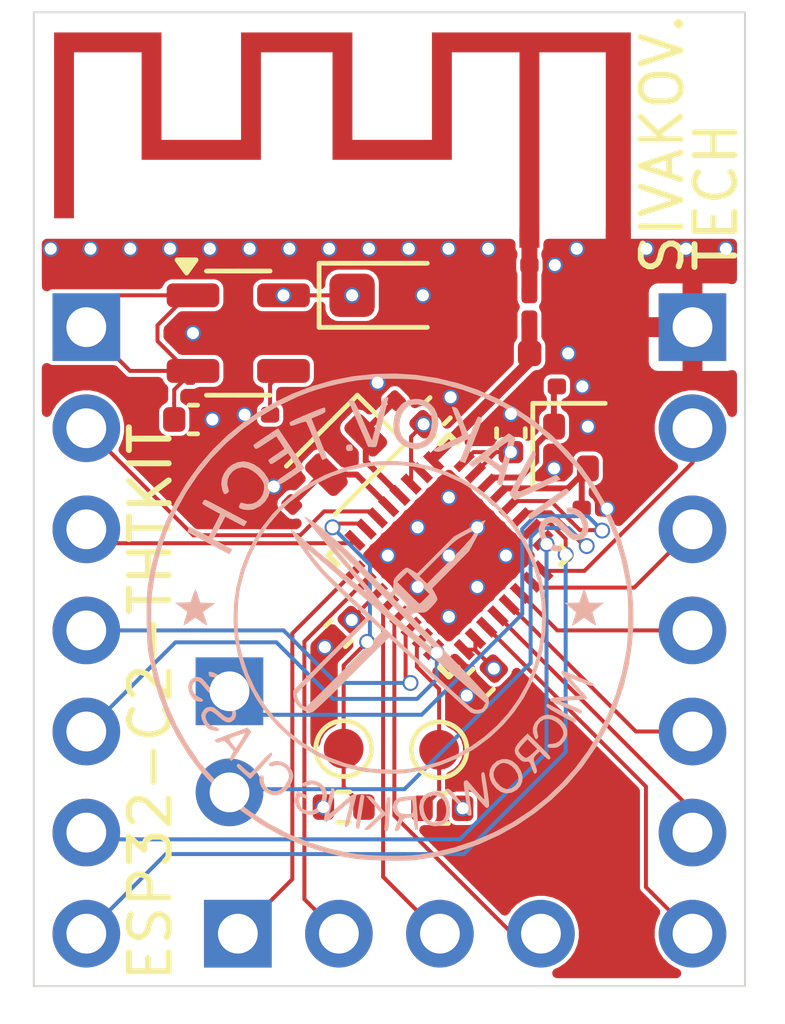
<source format=kicad_pcb>
(kicad_pcb (version 20241229) (generator "pcbnew") (generator_version "9.0")
  (title_block (title "ESP32-C3-THTKIT") (date "2025-06-02") (rev "1.0.0") (company "SIVAKOV.TECH"))
  (layers (0 "F.Cu" signal) (4 "In1.Cu" signal) (6 "In2.Cu" signal) (2 "B.Cu" signal) (13 "F.Paste" user) (15 "B.Paste" user) (5 "F.SilkS" user "F.Silkscreen") (7 "B.SilkS" user "B.Silkscreen") (1 "F.Mask" user) (3 "B.Mask" user) (25 "Edge.Cuts" user))
  (net 0 "")
  (net 1 "Net-(AE1-FEED)")
  (net 2 "GND")
  (net 3 "VIN")
  (net 4 "Net-(U1-BP)")
  (net 5 "+3.3V")
  (net 6 "/RF")
  (net 7 "/XTAL_P")
  (net 8 "/XTAL_32K_P")
  (net 9 "/XTAL_32K_N")
  (net 10 "/XTAL_N")
  (net 11 "/MTDO")
  (net 12 "/MTCK")
  (net 13 "/MTDI")
  (net 14 "/MTMS")
  (net 15 "/U0RXD")
  (net 16 "/U0TXD")
  (net 17 "/BOOT")
  (net 18 "/RESET")
  (net 19 "/GPIO8")
  (net 20 "/SPICLK")
  (net 21 "/SPIQ")
  (net 22 "/GPIO3")
  (net 23 "/SPID")
  (net 24 "/GPIO10")
  (net 25 "/SPIHD")
  (net 26 "/GPIO19")
  (net 27 "/SPICS0")
  (net 28 "/SPIWP")
  (net 29 "/GPIO18")
  (net 30 "/GPIO2")
  (footprint "Capacitor_SMD:C_0402_1005Metric" (layer "F.Cu") (at 194.24 111.32 -135)
    (property "Reference" "C4" (hide yes))
    (property "Value" "100n 6.3V X7R" (hide yes))
    (pad "1" smd roundrect (at -0.48 0 225) (size 0.56 0.62) (layers "F.Cu" "F.Mask" "F.Paste") (net 2 "GND"))
    (pad "2" smd roundrect (at 0.48 0 225) (size 0.56 0.62) (layers "F.Cu" "F.Mask" "F.Paste") (net 5 "+3.3V"))
  )
  (footprint "Crystal:Crystal_SMD_2012-2Pin_2.0x1.2mm" (layer "F.Cu") (at 191.95 112.43 -135)
    (property "Reference" "Y1" (hide yes))
    (property "Value" "32.768kHz ±20ppm CL12.5pF" (hide yes))
    (pad "1" smd roundrect (at -0.7 0 225) (size 0.6 1.1) (layers "F.Cu" "F.Mask" "F.Paste") (net 8 "/XTAL_32K_P"))
    (pad "2" smd roundrect (at 0.7 0 225) (size 0.6 1.1) (layers "F.Cu" "F.Mask" "F.Paste") (net 9 "/XTAL_32K_N"))
  )
  (footprint "Inductor_SMD:L_0402_1005Metric" (layer "F.Cu") (at 197.05 109.88)
    (property "Reference" "L1" (hide yes))
    (property "Value" "3.9 nH" (hide yes))
    (pad "1" smd roundrect (at -0.485 0) (size 0.59 0.64) (layers "F.Cu" "F.Mask" "F.Paste") (net 6 "/RF"))
    (pad "2" smd roundrect (at 0.485 0) (size 0.59 0.64) (layers "F.Cu" "F.Mask" "F.Paste") (net 2 "GND"))
  )
  (footprint "Capacitor_SMD:C_0201_0603Metric" (layer "F.Cu") (at 192.97 110.84 -45)
    (property "Reference" "C11" (hide yes))
    (property "Value" "15p 6.3V C0G" (hide yes))
    (pad "1" smd roundrect (at -0.32 0 315) (size 0.46 0.4) (layers "F.Cu" "F.Mask") (net 2 "GND"))
    (pad "2" smd roundrect (at 0.32 0 315) (size 0.46 0.4) (layers "F.Cu" "F.Mask") (net 8 "/XTAL_32K_P"))
  )
  (footprint "Resistor_SMD:R_0402_1005Metric" (layer "F.Cu") (at 191.89 121.28 180)
    (property "Reference" "R2" (hide yes))
    (property "Value" "10k" (hide yes))
    (pad "1" smd roundrect (at -0.51 0 180) (size 0.54 0.64) (layers "F.Cu" "F.Mask" "F.Paste") (net 18 "/RESET"))
    (pad "2" smd roundrect (at 0.51 0 180) (size 0.54 0.64) (layers "F.Cu" "F.Mask" "F.Paste") (net 5 "+3.3V"))
  )
  (footprint "Capacitor_SMD:C_0201_0603Metric" (layer "F.Cu") (at 196.56 108.71 -90)
    (property "Reference" "C7" (hide yes))
    (property "Value" "5.6p C0G" (hide yes))
    (pad "1" smd roundrect (at -0.32 0 270) (size 0.46 0.4) (layers "F.Cu" "F.Mask") (net 1 "Net-(AE1-FEED)"))
    (pad "2" smd roundrect (at 0.32 0 270) (size 0.46 0.4) (layers "F.Cu" "F.Mask") (net 6 "/RF"))
  )
  (footprint "PCM_SKC_Connector_PinHeader_2.54mm:PinHeader_1x02_P2.54mm_Vertical_NoSilk" (layer "F.Cu") (at 189.02 118.37)
    (property "Reference" "J4" (hide yes))
    (property "Value" "UART" (hide yes))
    (pad "1" thru_hole rect (at 0 0) (size 1.7 1.7) (drill 1) (layers "*.Cu" "*.Mask") (net 16 "/U0TXD"))
    (pad "2" thru_hole circle (at 0 2.54) (size 1.7 1.7) (drill 1) (layers "*.Cu" "*.Mask") (net 15 "/U0RXD"))
  )
  (footprint "Capacitor_SMD:C_0402_1005Metric" (layer "F.Cu") (at 191.755588 116.919411 45)
    (property "Reference" "C5" (hide yes))
    (property "Value" "100n 6.3V X7R" (hide yes))
    (pad "1" smd roundrect (at -0.48 0 45) (size 0.56 0.62) (layers "F.Cu" "F.Mask" "F.Paste") (net 2 "GND"))
    (pad "2" smd roundrect (at 0.48 0 45) (size 0.56 0.62) (layers "F.Cu" "F.Mask" "F.Paste") (net 5 "+3.3V"))
  )
  (footprint "TestPoint:TestPoint_Pad_D1.0mm" (layer "F.Cu") (at 194.29 119.84)
    (property "Reference" "TP1" (hide yes))
    (property "Value" "TestPoint" (hide yes))
    (pad "1" smd circle (at 0 0) (size 1 1) (layers "F.Cu" "F.Mask") (net 17 "/BOOT"))
  )
  (footprint "PCM_SKC_Crystals:Crystal_SMD_1612-4Pin_1.6x1.2mm" (layer "F.Cu") (at 197.604999 112.245 -90)
    (property "Reference" "Y2" (hide yes))
    (property "Value" "40MHz ±10ppm CL8pF" (hide yes))
    (pad "1" smd roundrect (at -0.525 0.424999 270) (size 0.65 0.55) (layers "F.Cu" "F.Mask" "F.Paste") (roundrect_rratio 0.2545454545) (net 7 "/XTAL_P"))
    (pad "2" smd roundrect (at 0.525001 0.424999 270) (size 0.65 0.55) (layers "F.Cu" "F.Mask" "F.Paste") (roundrect_rratio 0.2545454545) (net 2 "GND"))
    (pad "3" smd roundrect (at 0.525 -0.424999 270) (size 0.65 0.55) (layers "F.Cu" "F.Mask" "F.Paste") (roundrect_rratio 0.2545454545) (net 10 "/XTAL_N"))
    (pad "4" smd roundrect (at -0.525001 -0.424999 270) (size 0.65 0.55) (layers "F.Cu" "F.Mask" "F.Paste") (roundrect_rratio 0.2545454545) (net 2 "GND"))
  )
  (footprint "PCM_SKC_MCU_Espressif:TQFN_32_1EP_4x4mm_P0.4mm_EP2.4x2.4mm_Compact" (layer "F.Cu") (at 194.534999 114.96 -45)
    (property "Reference" "U2" (hide yes))
    (property "Value" "ESP32-C3" (hide yes))
    (pad "1" smd rect (at -1.9431 -1.4 45) (size 0.2032 0.5588) (layers "F.Cu" "F.Mask" "F.Paste") (net 6 "/RF"))
    (pad "2" smd rect (at -1.9431 -1.000001 45) (size 0.2032 0.5588) (layers "F.Cu" "F.Mask" "F.Paste") (net 5 "+3.3V"))
    (pad "3" smd rect (at -1.9431 -0.599999 45) (size 0.2032 0.5588) (layers "F.Cu" "F.Mask" "F.Paste") (net 5 "+3.3V"))
    (pad "4" smd rect (at -1.9431 -0.2 45) (size 0.2032 0.5588) (layers "F.Cu" "F.Mask" "F.Paste") (net 8 "/XTAL_32K_P"))
    (pad "5" smd rect (at -1.9431 0.2 45) (size 0.2032 0.5588) (layers "F.Cu" "F.Mask" "F.Paste") (net 9 "/XTAL_32K_N"))
    (pad "6" smd rect (at -1.9431 0.599999 45) (size 0.2032 0.5588) (layers "F.Cu" "F.Mask" "F.Paste") (net 30 "/GPIO2"))
    (pad "7" smd rect (at -1.9431 1.000001 45) (size 0.2032 0.5588) (layers "F.Cu" "F.Mask" "F.Paste") (net 18 "/RESET"))
    (pad "8" smd rect (at -1.9431 1.4 45) (size 0.2032 0.5588) (layers "F.Cu" "F.Mask" "F.Paste") (net 22 "/GPIO3"))
    (pad "9" smd rect (at -1.4 1.9431 315) (size 0.2032 0.5588) (layers "F.Cu" "F.Mask" "F.Paste") (net 14 "/MTMS"))
    (pad "10" smd rect (at -1.000001 1.9431 315) (size 0.2032 0.5588) (layers "F.Cu" "F.Mask" "F.Paste") (net 13 "/MTDI"))
    (pad "11" smd rect (at -0.599999 1.9431 315) (size 0.2032 0.5588) (layers "F.Cu" "F.Mask" "F.Paste") (net 5 "+3.3V"))
    (pad "12" smd rect (at -0.2 1.9431 315) (size 0.2032 0.5588) (layers "F.Cu" "F.Mask" "F.Paste") (net 12 "/MTCK"))
    (pad "13" smd rect (at 0.2 1.9431 315) (size 0.2032 0.5588) (layers "F.Cu" "F.Mask" "F.Paste") (net 11 "/MTDO"))
    (pad "14" smd rect (at 0.599999 1.9431 315) (size 0.2032 0.5588) (layers "F.Cu" "F.Mask" "F.Paste") (net 19 "/GPIO8"))
    (pad "15" smd rect (at 1.000001 1.9431 315) (size 0.2032 0.5588) (layers "F.Cu" "F.Mask" "F.Paste") (net 17 "/BOOT"))
    (pad "16" smd rect (at 1.4 1.9431 315) (size 0.2032 0.5588) (layers "F.Cu" "F.Mask" "F.Paste") (net 24 "/GPIO10"))
    (pad "17" smd rect (at 1.9431 1.4 45) (size 0.2032 0.5588) (layers "F.Cu" "F.Mask" "F.Paste") (net 5 "+3.3V"))
    (pad "18" smd rect (at 1.9431 1.000001 45) (size 0.2032 0.5588) (layers "F.Cu" "F.Mask" "F.Paste") (net 5 "+3.3V"))
    (pad "19" smd rect (at 1.9431 0.599999 45) (size 0.2032 0.5588) (layers "F.Cu" "F.Mask" "F.Paste") (net 25 "/SPIHD"))
    (pad "20" smd rect (at 1.9431 0.2 45) (size 0.2032 0.5588) (layers "F.Cu" "F.Mask" "F.Paste") (net 28 "/SPIWP"))
    (pad "21" smd rect (at 1.9431 -0.2 45) (size 0.2032 0.5588) (layers "F.Cu" "F.Mask" "F.Paste") (net 27 "/SPICS0"))
    (pad "22" smd rect (at 1.9431 -0.599999 45) (size 0.2032 0.5588) (layers "F.Cu" "F.Mask" "F.Paste") (net 20 "/SPICLK"))
    (pad "23" smd rect (at 1.9431 -1.000001 45) (size 0.2032 0.5588) (layers "F.Cu" "F.Mask" "F.Paste") (net 23 "/SPID"))
    (pad "24" smd rect (at 1.9431 -1.4 45) (size 0.2032 0.5588) (layers "F.Cu" "F.Mask" "F.Paste") (net 21 "/SPIQ"))
    (pad "25" smd rect (at 1.4 -1.9431 315) (size 0.2032 0.5588) (layers "F.Cu" "F.Mask" "F.Paste") (net 29 "/GPIO18"))
    (pad "26" smd rect (at 1.000001 -1.9431 315) (size 0.2032 0.5588) (layers "F.Cu" "F.Mask" "F.Paste") (net 26 "/GPIO19"))
    (pad "27" smd rect (at 0.599999 -1.9431 315) (size 0.2032 0.5588) (layers "F.Cu" "F.Mask" "F.Paste") (net 15 "/U0RXD"))
    (pad "28" smd rect (at 0.2 -1.9431 315) (size 0.2032 0.5588) (layers "F.Cu" "F.Mask" "F.Paste") (net 16 "/U0TXD"))
    (pad "29" smd rect (at -0.2 -1.9431 315) (size 0.2032 0.5588) (layers "F.Cu" "F.Mask" "F.Paste") (net 10 "/XTAL_N"))
    (pad "30" smd rect (at -0.599999 -1.9431 315) (size 0.2032 0.5588) (layers "F.Cu" "F.Mask" "F.Paste") (net 7 "/XTAL_P"))
    (pad "31" smd rect (at -1.000001 -1.9431 315) (size 0.2032 0.5588) (layers "F.Cu" "F.Mask" "F.Paste") (net 5 "+3.3V"))
    (pad "32" smd rect (at -1.4 -1.9431 315) (size 0.2032 0.5588) (layers "F.Cu" "F.Mask" "F.Paste") (net 5 "+3.3V"))
    (pad "33" smd rect (at 0 0 315) (size 2.8448 2.8448) (layers "F.Cu" "F.Mask" "F.Paste") (net 2 "GND"))
  )
  (footprint "Capacitor_SMD:C_0402_1005Metric" (layer "F.Cu") (at 188.11 111.54 180)
    (property "Reference" "C1" (hide yes))
    (property "Value" "1m 6.3V X7R" (hide yes))
    (pad "1" smd roundrect (at -0.48 0 180) (size 0.56 0.62) (layers "F.Cu" "F.Mask" "F.Paste") (net 2 "GND"))
    (pad "2" smd roundrect (at 0.48 0 180) (size 0.56 0.62) (layers "F.Cu" "F.Mask" "F.Paste") (net 3 "VIN"))
  )
  (footprint "Capacitor_SMD:C_0201_0603Metric" (layer "F.Cu") (at 189.72 111.42)
    (property "Reference" "C2" (hide yes))
    (property "Value" "470p 6.3V X7R" (hide yes))
    (pad "1" smd roundrect (at -0.32 0) (size 0.46 0.4) (layers "F.Cu" "F.Mask") (net 2 "GND"))
    (pad "2" smd roundrect (at 0.32 0) (size 0.46 0.4) (layers "F.Cu" "F.Mask") (net 4 "Net-(U1-BP)"))
  )
  (footprint "PCM_SKC_Connector_PinHeader_2.54mm:PinHeader_1x07_P2.54mm_Vertical_NoSilk" (layer "F.Cu") (at 200.66 109.22)
    (property "Reference" "J1" (hide yes))
    (property "Value" "PIN_GROUP_1" (hide yes))
    (pad "1" thru_hole rect (at 0 0) (size 1.7 1.7) (drill 1) (layers "*.Cu" "*.Mask") (net 2 "GND"))
    (pad "2" thru_hole circle (at 0 2.54) (size 1.7 1.7) (drill 1) (layers "*.Cu" "*.Mask") (net 21 "/SPIQ"))
    (pad "3" thru_hole circle (at 0 5.08) (size 1.7 1.7) (drill 1) (layers "*.Cu" "*.Mask") (net 23 "/SPID"))
    (pad "4" thru_hole circle (at 0 7.62) (size 1.7 1.7) (drill 1) (layers "*.Cu" "*.Mask") (net 20 "/SPICLK"))
    (pad "5" thru_hole circle (at 0 10.16) (size 1.7 1.7) (drill 1) (layers "*.Cu" "*.Mask") (net 27 "/SPICS0"))
    (pad "6" thru_hole circle (at 0 12.7) (size 1.7 1.7) (drill 1) (layers "*.Cu" "*.Mask") (net 28 "/SPIWP"))
    (pad "7" thru_hole circle (at 0 15.24) (size 1.7 1.7) (drill 1) (layers "*.Cu" "*.Mask") (net 25 "/SPIHD"))
  )
  (footprint "Capacitor_SMD:C_0402_1005Metric" (layer "F.Cu") (at 195.325588 118.139411 45)
    (property "Reference" "C6" (hide yes))
    (property "Value" "100n 6.3V X7R" (hide yes))
    (pad "1" smd roundrect (at -0.48 0 45) (size 0.56 0.62) (layers "F.Cu" "F.Mask" "F.Paste") (net 2 "GND"))
    (pad "2" smd roundrect (at 0.48 0 45) (size 0.56 0.62) (layers "F.Cu" "F.Mask" "F.Paste") (net 5 "+3.3V"))
  )
  (footprint "TestPoint:TestPoint_Pad_D1.0mm" (layer "F.Cu") (at 191.89 119.81)
    (property "Reference" "TP2" (hide yes))
    (property "Value" "TestPoint" (hide yes))
    (pad "1" smd circle (at 0 0) (size 1 1) (layers "F.Cu" "F.Mask") (net 18 "/RESET"))
  )
  (footprint "Package_TO_SOT_SMD:SOT-23-5" (layer "F.Cu") (at 189.24 109.37)
    (property "Reference" "U1" (hide yes))
    (property "Value" "MIC5219-3.3YM5" (hide yes))
    (pad "1" smd roundrect (at -1.1375 -0.95) (size 1.325 0.6) (layers "F.Cu" "F.Mask" "F.Paste") (net 3 "VIN"))
    (pad "2" smd roundrect (at -1.1375 0) (size 1.325 0.6) (layers "F.Cu" "F.Mask" "F.Paste") (net 2 "GND"))
    (pad "3" smd roundrect (at -1.1375 0.95) (size 1.325 0.6) (layers "F.Cu" "F.Mask" "F.Paste") (net 3 "VIN"))
    (pad "4" smd roundrect (at 1.1375 0.95) (size 1.325 0.6) (layers "F.Cu" "F.Mask" "F.Paste") (net 4 "Net-(U1-BP)"))
    (pad "5" smd roundrect (at 1.1375 -0.95) (size 1.325 0.6) (layers "F.Cu" "F.Mask" "F.Paste") (net 5 "+3.3V"))
  )
  (footprint "Capacitor_Tantalum_SMD:CP_EIA-2012-12_Kemet-R" (layer "F.Cu") (at 192.9925 108.42)
    (property "Reference" "C3" (hide yes))
    (property "Value" "2.2m 6.3V TANT" (hide yes))
    (pad "1" smd roundrect (at -0.89 0) (size 1.14 1.09) (layers "F.Cu" "F.Mask" "F.Paste") (roundrect_rratio 0.229358) (net 5 "+3.3V"))
    (pad "2" smd roundrect (at 0.89 0) (size 1.14 1.09) (layers "F.Cu" "F.Mask" "F.Paste") (roundrect_rratio 0.229358) (net 2 "GND"))
  )
  (footprint "Resistor_SMD:R_0402_1005Metric" (layer "F.Cu") (at 194.37 121.31)
    (property "Reference" "R1" (hide yes))
    (property "Value" "10k" (hide yes))
    (pad "1" smd roundrect (at -0.51 0) (size 0.54 0.64) (layers "F.Cu" "F.Mask" "F.Paste") (net 17 "/BOOT"))
    (pad "2" smd roundrect (at 0.51 0) (size 0.54 0.64) (layers "F.Cu" "F.Mask" "F.Paste") (net 5 "+3.3V"))
  )
  (footprint "Capacitor_SMD:C_0201_0603Metric" (layer "F.Cu") (at 197.57 110.71)
    (property "Reference" "C10" (hide yes))
    (property "Value" "6p 6.3V C0G" (hide yes))
    (pad "1" smd roundrect (at -0.32 0) (size 0.46 0.4) (layers "F.Cu" "F.Mask") (net 7 "/XTAL_P"))
    (pad "2" smd roundrect (at 0.32 0) (size 0.46 0.4) (layers "F.Cu" "F.Mask") (net 2 "GND"))
  )
  (footprint "Capacitor_SMD:C_0201_0603Metric" (layer "F.Cu") (at 196.88 107.66 180)
    (property "Reference" "C9" (hide yes))
    (property "Value" "2.2p C0G" (hide yes))
    (pad "1" smd roundrect (at -0.32 0 180) (size 0.46 0.4) (layers "F.Cu" "F.Mask") (net 2 "GND"))
    (pad "2" smd roundrect (at 0.32 0 180) (size 0.46 0.4) (layers "F.Cu" "F.Mask") (net 1 "Net-(AE1-FEED)"))
  )
  (footprint "PCM_SKC_Antennas_SMD:Antenna_PCB_Espressif_2.4GHz_Left" (layer "F.Cu") (at 191.86 104.115)
    (property "Reference" "AE1" (hide yes))
    (property "Value" "Antenna_Chip" (hide yes))
    (fp_poly (pts (xy 2.25 0.4) (xy 0.25 0.4) (xy 0.25 -2.3) (xy -2.55 -2.3) (xy -2.55 0.4) (xy -4.55 0.4) (xy -4.55 -2.3) (xy -7.25 -2.3) (xy -7.25 2.37) (xy -6.75 2.37) (xy -6.75 -1.8) (xy -5.05 -1.8) (xy -5.05 0.9) (xy -2.05 0.9) (xy -2.05 -1.8) (xy -0.25 -1.8) (xy -0.25 0.9) (xy 2.75 0.9) (xy 2.75 -1.8) (xy 4.45 -1.8) (xy 4.45 3.11) (xy 4.95 3.11) (xy 4.95 -1.8) (xy 6.62 -1.8) (xy 6.62 3.11) (xy 7.25 3.11) (xy 7.25 2.856785) (xy 6.947583 2.856785) (xy 6.937742 2.904395) (xy 6.913674 2.946797) (xy 6.875731 2.979581) (xy 6.867819 2.983935) (xy 6.825156 2.996043) (xy 6.776637 2.9953) (xy 6.731122 2.9824) (xy 6.712511 2.971787) (xy 6.678868 2.936553) (xy 6.658309 2.891368) (xy 6.651778 2.841842) (xy 6.660218 2.793583) (xy 6.677112 2.761357) (xy 6.712372 2.728687) (xy 6.757682 2.708592) (xy 6.807267 2.702018) (xy 6.855353 2.709908) (xy 6.888245 2.726814) (xy 6.923185 2.763584) (xy 6.942847 2.808378) (xy 6.947583 2.856785) (xy 7.25 2.878392) (xy 7.25 -2.3) (xy 2.25 -2.3) (xy 2.25 0.34)) (fill yes) (layer "F.Cu"))
    (pad "1" connect rect (at 4.7 2.86) (size 0.5 0.5) (layers "F.Cu") (net 1 "Net-(AE1-FEED)"))
    (pad "2" smd rect (at 6.935 2.86) (size 0.63 0.5) (layers "F.Cu" "F.Mask") (net 2 "GND"))
  )
  (footprint "Capacitor_SMD:C_0201_0603Metric" (layer "F.Cu") (at 198.194999 113.78 180)
    (property "Reference" "C13" (hide yes))
    (property "Value" "6p 6.3V C0G" (hide yes))
    (pad "1" smd roundrect (at -0.32 -0.000001 180) (size 0.46 0.4) (layers "F.Cu" "F.Mask") (net 2 "GND"))
    (pad "2" smd roundrect (at 0.32 0.000001 180) (size 0.46 0.4) (layers "F.Cu" "F.Mask") (net 10 "/XTAL_N"))
  )
  (footprint "Capacitor_SMD:C_0402_1005Metric" (layer "F.Cu") (at 196.094999 111.88 -90)
    (property "Reference" "C8" (hide yes))
    (property "Value" "100n 6.3V X7R" (hide yes))
    (pad "1" smd roundrect (at -0.48 0 270) (size 0.56 0.62) (layers "F.Cu" "F.Mask" "F.Paste") (net 2 "GND"))
    (pad "2" smd roundrect (at 0.48 0 270) (size 0.56 0.62) (layers "F.Cu" "F.Mask" "F.Paste") (net 5 "+3.3V"))
  )
  (footprint "PCM_SKC_Connector_PinHeader_2.54mm:PinHeader_1x07_P2.54mm_Vertical_NoSilk" (layer "F.Cu") (at 185.42 109.22)
    (property "Reference" "J2" (hide yes))
    (property "Value" "PIN_GROUP_3" (hide yes))
    (pad "1" thru_hole rect (at 0 0) (size 1.7 1.7) (drill 1) (layers "*.Cu" "*.Mask") (net 3 "VIN"))
    (pad "2" thru_hole circle (at 0 2.54) (size 1.7 1.7) (drill 1) (layers "*.Cu" "*.Mask") (net 30 "/GPIO2"))
    (pad "3" thru_hole circle (at 0 5.08) (size 1.7 1.7) (drill 1) (layers "*.Cu" "*.Mask") (net 22 "/GPIO3"))
    (pad "4" thru_hole circle (at 0 7.62) (size 1.7 1.7) (drill 1) (layers "*.Cu" "*.Mask") (net 19 "/GPIO8"))
    (pad "5" thru_hole circle (at 0 10.16) (size 1.7 1.7) (drill 1) (layers "*.Cu" "*.Mask") (net 24 "/GPIO10"))
    (pad "6" thru_hole circle (at 0 12.7) (size 1.7 1.7) (drill 1) (layers "*.Cu" "*.Mask") (net 29 "/GPIO18"))
    (pad "7" thru_hole circle (at 0 15.24) (size 1.7 1.7) (drill 1) (layers "*.Cu" "*.Mask") (net 26 "/GPIO19"))
  )
  (footprint "PCM_SKC_Connector_PinHeader_2.54mm:PinHeader_1x04_P2.54mm_Vertical_NoSilk" (layer "F.Cu") (at 189.23 124.46 90)
    (property "Reference" "J3" (hide yes))
    (property "Value" "PIN_GROUP_2" (hide yes))
    (pad "1" thru_hole rect (at 0 0 90) (size 1.7 1.7) (drill 1) (layers "*.Cu" "*.Mask") (net 14 "/MTMS"))
    (pad "2" thru_hole circle (at 0 2.54 90) (size 1.7 1.7) (drill 1) (layers "*.Cu" "*.Mask") (net 13 "/MTDI"))
    (pad "3" thru_hole circle (at 0 5.08 90) (size 1.7 1.7) (drill 1) (layers "*.Cu" "*.Mask") (net 12 "/MTCK"))
    (pad "4" thru_hole circle (at 0 7.62 90) (size 1.7 1.7) (drill 1) (layers "*.Cu" "*.Mask") (net 11 "/MTDO"))
  )
  (footprint "Capacitor_SMD:C_0201_0603Metric" (layer "F.Cu") (at 190.36 113.45 -45)
    (property "Reference" "C12" (hide yes))
    (property "Value" "15p 6.3V C0G" (hide yes))
    (pad "1" smd roundrect (at -0.32 0 315) (size 0.46 0.4) (layers "F.Cu" "F.Mask") (net 2 "GND"))
    (pad "2" smd roundrect (at 0.32 0 315) (size 0.46 0.4) (layers "F.Cu" "F.Mask") (net 9 "/XTAL_32K_N"))
  )
  (footprint "SIVAKOV.TECH:SIVAKOV_TECH_Circle_Medium_D13.22_1" (layer "B.Cu") (at 193.04 116.52 180)
    (property "Reference" "REF**" (hide yes))
    (property "Value" "SIVAKOV_TECH_Circle_Medium_D13.22_1" (hide yes))
  )
  (gr_rect (start 184.1 101.31) (end 201.98 125.78) (stroke (width 0.05)) (fill no) (layer "Edge.Cuts"))
  (gr_text "TECH" (at 201.84 107.9 90) (layer "F.SilkS") (effects (font (size 1 1)) (justify left bottom)))
  (gr_text "ESP32-C2-THTKIT" (at 187.62 125.74 90) (layer "F.SilkS") (effects (font (size 1 1)) (justify left bottom)))
  (gr_text "SIVAKOV." (at 200.49 107.98 90) (layer "F.SilkS") (effects (font (size 1 1)) (justify left bottom)))
  (segment (start 196.56 108.39) (end 196.56 107.66) (width 0.4) (layer "F.Cu") (net 1))
  (segment (start 196.56 107.66) (end 196.56 106.975) (width 0.4) (layer "F.Cu") (net 1))
  (segment (start 188.71 111.72) (end 188.59 111.84) (width 0.1) (layer "F.Cu") (net 2))
  (segment (start 189.4 111.42) (end 188.71 111.42) (width 0.1) (layer "F.Cu") (net 2))
  (via (at 201.5 107.25) (size 0.4) (drill 0.3) (layers "F.Cu" "B.Cu") (net 2))
  (via (at 198.029998 111.719999) (size 0.4) (drill 0.3) (layers "F.Cu" "B.Cu") (net 2))
  (via (at 189.525 107.25) (size 0.4) (drill 0.3) (layers "F.Cu" "B.Cu") (net 2))
  (via (at 197.75 107.25) (size 0.4) (drill 0.3) (layers "F.Cu" "B.Cu") (net 2))
  (via (at 192.743726 110.613726) (size 0.4) (drill 0.3) (layers "F.Cu" "B.Cu") (net 2))
  (via (at 190.525 107.25) (size 0.4) (drill 0.3) (layers "F.Cu" "B.Cu") (net 2))
  (via (at 189.4 111.42) (size 0.4) (drill 0.3) (layers "F.Cu" "B.Cu") (net 2))
  (via (at 194.534999 114.96) (size 0.4) (drill 0.3) (layers "F.Cu" "B.Cu") (net 2))
  (via (at 194.534999 116.5) (size 0.4) (drill 0.3) (layers "F.Cu" "B.Cu") (net 2))
  (via (at 188.1025 109.37) (size 0.4) (drill 0.3) (layers "F.Cu" "B.Cu") (net 2))
  (via (at 197.535 109.88) (size 0.4) (drill 0.3) (layers "F.Cu" "B.Cu") (net 2))
  (via (at 194.534999 113.5) (size 0.4) (drill 0.3) (layers "F.Cu" "B.Cu") (net 2))
  (via (at 185.525 107.25) (size 0.4) (drill 0.3) (layers "F.Cu" "B.Cu") (net 2))
  (via (at 197.2 107.66) (size 0.4) (drill 0.3) (layers "F.Cu" "B.Cu") (net 2))
  (via (at 186.525 107.25) (size 0.4) (drill 0.3) (layers "F.Cu" "B.Cu") (net 2))
  (via (at 194.986177 118.478822) (size 0.4) (drill 0.3) (layers "F.Cu" "B.Cu") (net 2))
  (via (at 197.89 110.71) (size 0.4) (drill 0.3) (layers "F.Cu" "B.Cu") (net 2))
  (via (at 200.5 107.25) (size 0.4) (drill 0.3) (layers "F.Cu" "B.Cu") (net 2))
  (via (at 197.18 112.770001) (size 0.4) (drill 0.3) (layers "F.Cu" "B.Cu") (net 2))
  (via (at 194.579411 110.980589) (size 0.4) (drill 0.3) (layers "F.Cu" "B.Cu") (net 2))
  (via (at 191.525 107.25) (size 0.4) (drill 0.3) (layers "F.Cu" "B.Cu") (net 2))
  (via (at 184.525 107.25) (size 0.4) (drill 0.3) (layers "F.Cu" "B.Cu") (net 2))
  (via (at 193.75 115.75) (size 0.4) (drill 0.3) (layers "F.Cu" "B.Cu") (net 2))
  (via (at 191.416177 117.258822) (size 0.4) (drill 0.3) (layers "F.Cu" "B.Cu") (net 2))
  (via (at 194.525 107.25) (size 0.4) (drill 0.3) (layers "F.Cu" "B.Cu") (net 2))
  (via (at 193.525 107.25) (size 0.4) (drill 0.3) (layers "F.Cu" "B.Cu") (net 2))
  (via (at 195.97 114.96) (size 0.4) (drill 0.3) (layers "F.Cu" "B.Cu") (net 2))
  (via (at 199.5 107.25) (size 0.4) (drill 0.3) (layers "F.Cu" "B.Cu") (net 2))
  (via (at 187.525 107.25) (size 0.4) (drill 0.3) (layers "F.Cu" "B.Cu") (net 2))
  (via (at 188.525 107.25) (size 0.4) (drill 0.3) (layers "F.Cu" "B.Cu") (net 2))
  (via (at 195.25 114.25) (size 0.4) (drill 0.3) (layers "F.Cu" "B.Cu") (net 2))
  (via (at 192.525 107.25) (size 0.4) (drill 0.3) (layers "F.Cu" "B.Cu") (net 2))
  (via (at 190.133726 113.223726) (size 0.4) (drill 0.3) (layers "F.Cu" "B.Cu") (net 2))
  (via (at 193.8825 108.42) (size 0.4) (drill 0.3) (layers "F.Cu" "B.Cu") (net 2))
  (via (at 195.25 115.75) (size 0.4) (drill 0.3) (layers "F.Cu" "B.Cu") (net 2))
  (via (at 196.094999 111.4) (size 0.4) (drill 0.3) (layers "F.Cu" "B.Cu") (net 2))
  (via (at 193.75 114.25) (size 0.4) (drill 0.3) (layers "F.Cu" "B.Cu") (net 2))
  (via (at 195.525 107.25) (size 0.4) (drill 0.3) (layers "F.Cu" "B.Cu") (net 2))
  (via (at 198.514999 113.780001) (size 0.4) (drill 0.3) (layers "F.Cu" "B.Cu") (net 2))
  (via (at 188.59 111.54) (size 0.4) (drill 0.3) (layers "F.Cu" "B.Cu") (net 2))
  (via (at 193 114.96) (size 0.4) (drill 0.3) (layers "F.Cu" "B.Cu") (net 2))
  (segment (start 187.21 109.170164) (end 187.21 109.569836) (width 0.1) (layer "F.Cu") (net 3))
  (segment (start 188.1025 110.32) (end 187.63 110.7925) (width 0.1) (layer "F.Cu") (net 3))
  (segment (start 185.42 109.22) (end 186.52 110.32) (width 0.1) (layer "F.Cu") (net 3))
  (segment (start 187.63 110.7925) (end 187.63 111.54) (width 0.1) (layer "F.Cu") (net 3))
  (segment (start 187.21 109.569836) (end 187.960164 110.32) (width 0.1) (layer "F.Cu") (net 3))
  (segment (start 187.960164 110.62) (end 188.1025 110.62) (width 0.1) (layer "F.Cu") (net 3))
  (segment (start 186.52 110.32) (end 188.1025 110.32) (width 0.1) (layer "F.Cu") (net 3))
  (segment (start 186.22 108.42) (end 188.1025 108.42) (width 0.1) (layer "F.Cu") (net 3))
  (segment (start 187.960164 108.42) (end 187.21 109.170164) (width 0.1) (layer "F.Cu") (net 3))
  (segment (start 185.42 109.22) (end 186.22 108.42) (width 0.1) (layer "F.Cu") (net 3))
  (segment (start 190.04 110.6575) (end 190.3775 110.32) (width 0.1) (layer "F.Cu") (net 4))
  (segment (start 190.04 111.42) (end 190.04 110.6575) (width 0.1) (layer "F.Cu") (net 4))
  (segment (start 193.585283 112.596069) (end 193.585283 111.974717) (width 0.1) (layer "F.Cu") (net 5))
  (segment (start 195.188928 117.323929) (end 195.664999 117.8) (width 0.1) (layer "F.Cu") (net 5))
  (segment (start 195.201871 117.041087) (end 195.201871 117.336872) (width 0.1) (layer "F.Cu") (net 5))
  (segment (start 194.919029 117.323929) (end 195.188928 117.323929) (width 0.1) (layer "F.Cu") (net 5))
  (segment (start 192.094999 116.551473) (end 192.736756 115.909716) (width 0.1) (layer "F.Cu") (net 5))
  (segment (start 196.094999 112.36) (end 195.1551 112.36) (width 0.1) (layer "F.Cu") (net 5))
  (segment (start 190.3775 108.42) (end 192.1025 108.42) (width 0.1) (layer "F.Cu") (net 5))
  (segment (start 195.201871 117.336872) (end 195.664999 117.8) (width 0.1) (layer "F.Cu") (net 5))
  (segment (start 193.868127 112.878913) (end 193.585283 112.596069) (width 0.1) (layer "F.Cu") (net 5))
  (segment (start 193.900589 111.659411) (end 193.585283 111.974717) (width 0.1) (layer "F.Cu") (net 5))
  (segment (start 192.094999 116.58) (end 192.094999 116.551473) (width 0.1) (layer "F.Cu") (net 5))
  (segment (start 195.1551 112.36) (end 194.919029 112.596071) (width 0.1) (layer "F.Cu") (net 5))
  (segment (start 196.094999 112.36) (end 195.720784 112.36) (width 0.1) (layer "F.Cu") (net 5))
  (segment (start 193.585283 111.974717) (end 193.585283 113.161757) (width 0.1) (layer "F.Cu") (net 5))
  (segment (start 195.720784 112.36) (end 195.201871 112.878913) (width 0.1) (layer "F.Cu") (net 5))
  (via (at 195.664999 117.8) (size 0.4) (drill 0.3) (layers "F.Cu" "B.Cu") (net 5))
  (via (at 190.3775 108.42) (size 0.4) (drill 0.3) (layers "F.Cu" "B.Cu") (net 5))
  (via (at 191.38 121.28) (size 0.4) (drill 0.3) (layers "F.Cu" "B.Cu") (net 5))
  (via (at 192.1025 108.42) (size 0.4) (drill 0.3) (layers "F.Cu" "B.Cu") (net 5))
  (via (at 192.094999 116.58) (size 0.4) (drill 0.3) (layers "F.Cu" "B.Cu") (net 5))
  (via (at 194.88 121.31) (size 0.4) (drill 0.3) (layers "F.Cu" "B.Cu") (net 5))
  (via (at 193.900589 111.659411) (size 0.4) (drill 0.3) (layers "F.Cu" "B.Cu") (net 5))
  (via (at 196.094999 112.36) (size 0.4) (drill 0.3) (layers "F.Cu" "B.Cu") (net 5))
  (segment (start 196.565 110.079999) (end 196.565 109.88) (width 0.27) (layer "F.Cu") (net 6))
  (segment (start 196.56 109.03) (end 196.56 109.875) (width 0.4) (layer "F.Cu") (net 6))
  (segment (start 194.150969 112.49403) (end 196.565 110.079999) (width 0.27) (layer "F.Cu") (net 6))
  (segment (start 196.56 109.875) (end 196.565 109.88) (width 0.1) (layer "F.Cu") (net 6))
  (segment (start 197.174999 110.71) (end 197.174999 111.714999) (width 0.15) (layer "F.Cu") (net 7))
  (segment (start 197.174999 111.714999) (end 197.18 111.72) (width 0.15) (layer "F.Cu") (net 7))
  (segment (start 196.325808 112.999191) (end 195.647281 112.999191) (width 0.15) (layer "F.Cu") (net 7))
  (segment (start 196.729 112.595999) (end 196.325808 112.999191) (width 0.15) (layer "F.Cu") (net 7))
  (segment (start 197.18 111.72) (end 196.729 112.171) (width 0.15) (layer "F.Cu") (net 7))
  (segment (start 195.647281 112.999191) (end 195.484715 113.161757) (width 0.15) (layer "F.Cu") (net 7))
  (segment (start 196.729 112.171) (end 196.729 112.595999) (width 0.15) (layer "F.Cu") (net 7))
  (segment (start 192.444975 111.817573) (end 193.196274 111.066274) (width 0.15) (layer "F.Cu") (net 8))
  (segment (start 192.444975 111.935025) (end 192.444975 111.817573) (width 0.15) (layer "F.Cu") (net 8))
  (segment (start 192.444975 112.587133) (end 192.444975 111.935025) (width 0.15) (layer "F.Cu") (net 8))
  (segment (start 193.302441 113.444599) (end 192.444975 112.587133) (width 0.15) (layer "F.Cu") (net 8))
  (segment (start 191.455025 112.924975) (end 191.337573 112.924975) (width 0.15) (layer "F.Cu") (net 9))
  (segment (start 191.337573 112.924975) (end 190.586274 113.676274) (width 0.15) (layer "F.Cu") (net 9))
  (segment (start 193.019598 113.727442) (end 192.217131 112.924975) (width 0.15) (layer "F.Cu") (net 9))
  (segment (start 192.217131 112.924975) (end 191.455025 112.924975) (width 0.15) (layer "F.Cu") (net 9))
  (segment (start 195.941155 113.271001) (end 195.767557 113.444599) (width 0.15) (layer "F.Cu") (net 10))
  (segment (start 197.874999 113.779999) (end 197.874999 112.924999) (width 0.15) (layer "F.Cu") (net 10))
  (segment (start 198.029998 112.77) (end 197.528997 113.271001) (width 0.15) (layer "F.Cu") (net 10))
  (segment (start 197.874999 112.924999) (end 198.029998 112.77) (width 0.15) (layer "F.Cu") (net 10))
  (segment (start 197.528997 113.271001) (end 195.941155 113.271001) (width 0.15) (layer "F.Cu") (net 10))
  (segment (start 196.85 124.46) (end 196.13 124.46) (width 0.1) (layer "F.Cu") (net 11))
  (segment (start 196.13 124.46) (end 193.164875 121.494875) (width 0.1) (layer "F.Cu") (net 11))
  (segment (start 193.164875 116.612967) (end 193.302441 116.475401) (width 0.1) (layer "F.Cu") (net 11))
  (segment (start 193.164875 121.494875) (end 193.164875 116.612967) (width 0.1) (layer "F.Cu") (net 11))
  (segment (start 192.882033 116.330123) (end 193.019598 116.192558) (width 0.1) (layer "F.Cu") (net 12))
  (segment (start 194.31 124.46) (end 192.882033 123.032033) (width 0.1) (layer "F.Cu") (net 12))
  (segment (start 192.882033 123.032033) (end 192.882033 116.330123) (width 0.1) (layer "F.Cu") (net 12))
  (segment (start 190.90323 123.59323) (end 191.77 124.46) (width 0.1) (layer "F.Cu") (net 13))
  (segment (start 192.396173 115.626872) (end 190.90323 117.119815) (width 0.1) (layer "F.Cu") (net 13))
  (segment (start 190.90323 117.119815) (end 190.90323 123.59323) (width 0.1) (layer "F.Cu") (net 13))
  (segment (start 192.453912 115.626872) (end 192.396173 115.626872) (width 0.1) (layer "F.Cu") (net 13))
  (segment (start 190.6 116.9151) (end 190.6 123.09) (width 0.1) (layer "F.Cu") (net 14))
  (segment (start 190.6 123.09) (end 189.23 124.46) (width 0.1) (layer "F.Cu") (net 14))
  (segment (start 192.17107 115.34403) (end 190.6 116.9151) (width 0.1) (layer "F.Cu") (net 14))
  (segment (start 196.470806 113.87272) (end 196.333242 114.010284) (width 0.1) (layer "F.Cu") (net 15))
  (segment (start 197.095726 113.87272) (end 196.470806 113.87272) (width 0.1) (layer "F.Cu") (net 15))
  (segment (start 197.943006 114.72) (end 197.095726 113.87272) (width 0.1) (layer "F.Cu") (net 15))
  (segment (start 198 114.72) (end 197.943006 114.72) (width 0.1) (layer "F.Cu") (net 15))
  (via (at 198 114.72) (size 0.4) (drill 0.3) (layers "F.Cu" "B.Cu") (net 15))
  (segment (start 189.04 120.83) (end 193.42 120.83) (width 0.1) (layer "B.Cu") (net 15))
  (segment (start 197.549 114.269) (end 198 114.72) (width 0.1) (layer "B.Cu") (net 15))
  (segment (start 193.42 120.83) (end 196.59 117.66) (width 0.1) (layer "B.Cu") (net 15))
  (segment (start 196.59 117.66) (end 196.59 114.5029) (width 0.1) (layer "B.Cu") (net 15))
  (segment (start 196.59 114.5029) (end 196.8239 114.269) (width 0.1) (layer "B.Cu") (net 15))
  (segment (start 196.8239 114.269) (end 197.549 114.269) (width 0.1) (layer "B.Cu") (net 15))
  (segment (start 188.96 120.91) (end 189.04 120.83) (width 0.1) (layer "B.Cu") (net 15))
  (segment (start 196.187966 113.589876) (end 196.0504 113.727442) (width 0.1) (layer "F.Cu") (net 16))
  (segment (start 198.38891 114.33109) (end 198.37782 114.32) (width 0.1) (layer "F.Cu") (net 16))
  (segment (start 197.827262 114.32) (end 197.097138 113.589876) (width 0.1) (layer "F.Cu") (net 16))
  (segment (start 197.097138 113.589876) (end 196.187966 113.589876) (width 0.1) (layer "F.Cu") (net 16))
  (segment (start 198.37782 114.32) (end 197.827262 114.32) (width 0.1) (layer "F.Cu") (net 16))
  (via (at 198.38891 114.33109) (size 0.4) (drill 0.3) (layers "F.Cu" "B.Cu") (net 16))
  (segment (start 189.55 118.96) (end 193.85 118.96) (width 0.1) (layer "B.Cu") (net 16))
  (segment (start 198.02782 113.97) (end 198.38891 114.33109) (width 0.1) (layer "B.Cu") (net 16))
  (segment (start 193.85 118.96) (end 196.38 116.43) (width 0.1) (layer "B.Cu") (net 16))
  (segment (start 196.7 113.97) (end 198.02782 113.97) (width 0.1) (layer "B.Cu") (net 16))
  (segment (start 196.38 116.43) (end 196.38 114.29) (width 0.1) (layer "B.Cu") (net 16))
  (segment (start 196.38 114.29) (end 196.7 113.97) (width 0.1) (layer "B.Cu") (net 16))
  (segment (start 188.96 118.37) (end 189.55 118.96) (width 0.1) (layer "B.Cu") (net 16))
  (segment (start 194.29 118.3129) (end 194.29 119.84) (width 0.1) (layer "F.Cu") (net 17))
  (segment (start 193.730561 117.178653) (end 193.730561 117.753461) (width 0.1) (layer "F.Cu") (net 17))
  (segment (start 193.730561 117.753461) (end 194.29 118.3129) (width 0.1) (layer "F.Cu") (net 17))
  (segment (start 194.29 120.88) (end 193.86 121.31) (width 0.1) (layer "F.Cu") (net 17))
  (segment (start 194.29 119.84) (end 194.29 120.88) (width 0.1) (layer "F.Cu") (net 17))
  (segment (start 193.868127 117.041087) (end 193.730561 117.178653) (width 0.1) (layer "F.Cu") (net 17))
  (segment (start 191.704438 114.155562) (end 191.61 114.25) (width 0.1) (layer "F.Cu") (net 18))
  (segment (start 192.316346 114.155562) (end 191.704438 114.155562) (width 0.1) (layer "F.Cu") (net 18))
  (segment (start 191.89 117.72) (end 191.89 119.81) (width 0.1) (layer "F.Cu") (net 18))
  (segment (start 192.453912 114.293128) (end 192.316346 114.155562) (width 0.1) (layer "F.Cu") (net 18))
  (segment (start 191.89 120.77) (end 192.4 121.28) (width 0.1) (layer "F.Cu") (net 18))
  (segment (start 191.89 119.81) (end 191.89 120.77) (width 0.1) (layer "F.Cu") (net 18))
  (segment (start 192.48 117.13) (end 191.89 117.72) (width 0.1) (layer "F.Cu") (net 18))
  (via (at 192.48 117.13) (size 0.4) (drill 0.3) (layers "F.Cu" "B.Cu") (net 18))
  (via (at 191.61 114.25) (size 0.4) (drill 0.3) (layers "F.Cu" "B.Cu") (net 18))
  (segment (start 192.55 117.06) (end 192.55 115.19) (width 0.1) (layer "B.Cu") (net 18))
  (segment (start 192.48 117.13) (end 192.55 117.06) (width 0.1) (layer "B.Cu") (net 18))
  (segment (start 192.55 115.19) (end 191.61 114.25) (width 0.1) (layer "B.Cu") (net 18))
  (segment (start 193.447719 118.037719) (end 193.57 118.16) (width 0.1) (layer "F.Cu") (net 19))
  (segment (start 193.585283 116.758243) (end 193.447719 116.895807) (width 0.1) (layer "F.Cu") (net 19))
  (segment (start 193.447719 116.895807) (end 193.447719 118.037719) (width 0.1) (layer "F.Cu") (net 19))
  (via (at 193.57 118.16) (size 0.4) (drill 0.3) (layers "F.Cu" "B.Cu") (net 19))
  (segment (start 190.38 116.84) (end 191.7 118.16) (width 0.1) (layer "B.Cu") (net 19))
  (segment (start 185.42 116.84) (end 190.38 116.84) (width 0.1) (layer "B.Cu") (net 19))
  (segment (start 191.7 118.16) (end 193.57 118.16) (width 0.1) (layer "B.Cu") (net 19))
  (segment (start 196.333242 115.909716) (end 197.263526 116.84) (width 0.1) (layer "F.Cu") (net 20))
  (segment (start 197.263526 116.84) (end 200.66 116.84) (width 0.1) (layer "F.Cu") (net 20))
  (segment (start 196.898928 115.34403) (end 197.94307 115.34403) (width 0.1) (layer "F.Cu") (net 21))
  (segment (start 197.94307 115.34403) (end 200.66 112.6271) (width 0.1) (layer "F.Cu") (net 21))
  (segment (start 200.66 112.6271) (end 200.66 111.76) (width 0.1) (layer "F.Cu") (net 21))
  (segment (start 192.09704 114.65) (end 192.17107 114.57597) (width 0.1) (layer "F.Cu") (net 22))
  (segment (start 185.77 114.65) (end 192.09704 114.65) (width 0.1) (layer "F.Cu") (net 22))
  (segment (start 185.42 114.3) (end 185.77 114.65) (width 0.1) (layer "F.Cu") (net 22))
  (segment (start 196.753652 115.764438) (end 196.616086 115.626872) (width 0.1) (layer "F.Cu") (net 23))
  (segment (start 200.66 114.3) (end 199.195562 115.764438) (width 0.1) (layer "F.Cu") (net 23))
  (segment (start 199.195562 115.764438) (end 196.753652 115.764438) (width 0.1) (layer "F.Cu") (net 23))
  (via (at 194.23 117.4) (size 0.4) (drill 0.3) (layers "F.Cu" "B.Cu") (net 24))
  (segment (start 185.42 119.38) (end 187.66 117.14) (width 0.1) (layer "B.Cu") (net 24))
  (segment (start 191.621 118.561) (end 193.7361 118.561) (width 0.1) (layer "B.Cu") (net 24))
  (segment (start 193.7361 118.561) (end 194.23 118.0671) (width 0.1) (layer "B.Cu") (net 24))
  (segment (start 190.2 117.14) (end 191.621 118.561) (width 0.1) (layer "B.Cu") (net 24))
  (segment (start 194.23 118.0671) (end 194.23 117.4) (width 0.1) (layer "B.Cu") (net 24))
  (segment (start 187.66 117.14) (end 190.2 117.14) (width 0.1) (layer "B.Cu") (net 24))
  (segment (start 199.49 120.763528) (end 199.49 123.29) (width 0.1) (layer "F.Cu") (net 25))
  (segment (start 199.49 123.29) (end 200.66 124.46) (width 0.1) (layer "F.Cu") (net 25))
  (segment (start 195.484715 116.758243) (end 199.49 120.763528) (width 0.1) (layer "F.Cu") (net 25))
  (segment (start 197.471271 114.539635) (end 197.087198 114.155562) (width 0.1) (layer "F.Cu") (net 26))
  (segment (start 197.471271 114.936235) (end 197.471271 114.539635) (width 0.1) (layer "F.Cu") (net 26))
  (segment (start 197.087198 114.155562) (end 196.753652 114.155562) (width 0.1) (layer "F.Cu") (net 26))
  (segment (start 196.753652 114.155562) (end 196.616086 114.293128) (width 0.1) (layer "F.Cu") (net 26))
  (via (at 197.471271 114.936235) (size 0.4) (drill 0.3) (layers "F.Cu" "B.Cu") (net 26))
  (segment (start 194.91 122.46) (end 197.471271 119.898729) (width 0.1) (layer "B.Cu") (net 26))
  (segment (start 187.42 122.46) (end 194.91 122.46) (width 0.1) (layer "B.Cu") (net 26))
  (segment (start 197.471271 119.898729) (end 197.471271 114.936235) (width 0.1) (layer "B.Cu") (net 26))
  (segment (start 185.42 124.46) (end 187.42 122.46) (width 0.1) (layer "B.Cu") (net 26))
  (segment (start 196.0504 116.192558) (end 199.237842 119.38) (width 0.1) (layer "F.Cu") (net 27))
  (segment (start 199.237842 119.38) (end 200.66 119.38) (width 0.1) (layer "F.Cu") (net 27))
  (segment (start 200.66 121.92) (end 200.66 121.367844) (width 0.1) (layer "F.Cu") (net 28))
  (segment (start 200.66 121.367844) (end 195.767557 116.475401) (width 0.1) (layer "F.Cu") (net 28))
  (via (at 196.99 114.67) (size 0.4) (drill 0.3) (layers "F.Cu" "B.Cu") (net 29))
  (segment (start 196.99 119.91) (end 196.99 114.67) (width 0.1) (layer "B.Cu") (net 29))
  (segment (start 185.42 121.92) (end 185.59 122.09) (width 0.1) (layer "B.Cu") (net 29))
  (segment (start 185.59 122.09) (end 194.81 122.09) (width 0.1) (layer "B.Cu") (net 29))
  (segment (start 194.81 122.09) (end 196.99 119.91) (width 0.1) (layer "B.Cu") (net 29))
  (segment (start 192.576472 113.85) (end 192.736756 114.010284) (width 0.1) (layer "F.Cu") (net 30))
  (segment (start 185.42 111.76) (end 188.109 114.449) (width 0.1) (layer "F.Cu") (net 30))
  (segment (start 190.801 114.449) (end 191.4 113.85) (width 0.1) (layer "F.Cu") (net 30))
  (segment (start 191.4 113.85) (end 192.576472 113.85) (width 0.1) (layer "F.Cu") (net 30))
  (segment (start 188.109 114.449) (end 190.801 114.449) (width 0.1) (layer "F.Cu") (net 30))
  (zone (net 0) (net_name "") (layers "F.Cu" "B.Cu" "In1.Cu" "In2.Cu") (connect_pads (clearance 0)) (min_thickness 0.25)
    (keepout (tracks allowed) (vias allowed) (pads allowed) (copperpour not_allowed) (footprints allowed))
    (fill (thermal_gap 0.5) (thermal_bridge_width 0.5))
    (polygon (pts (xy 184 101) (xy 184 107) (xy 202.25 107) (xy 202.25 101)))
  )
  (zone (net 2) (net_name "GND") (layers "F.Cu" "In1.Cu") (connect_pads thru_hole_only (clearance 0)) (min_thickness 0.25) (fill yes (thermal_gap 0.25) (thermal_bridge_width 0.5))
    (polygon (pts (xy 183.75 107) (xy 202.5 107) (xy 202.5 126.25) (xy 183.75 126.25)))
  )
)
</source>
